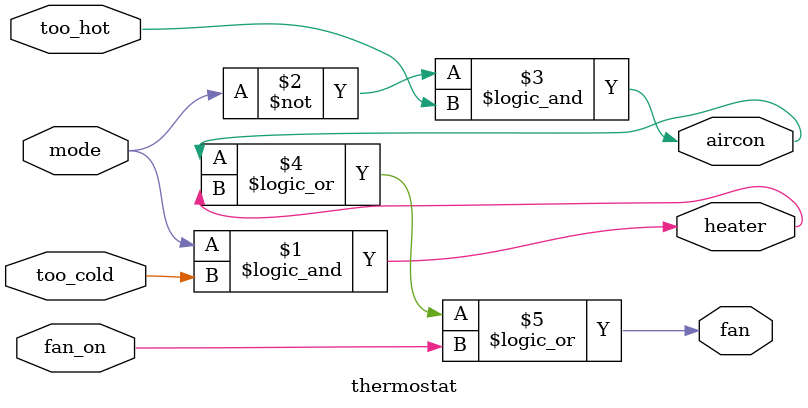
<source format=v>
`timescale 1ns / 1ps


module thermostat(
input too_cold,
input too_hot,
input mode,
input fan_on,
output heater,
output aircon,
output fan

    );
    assign heater = mode && too_cold;
    assign aircon = (~mode)&& too_hot;
    assign fan = aircon || heater || fan_on;
endmodule

</source>
